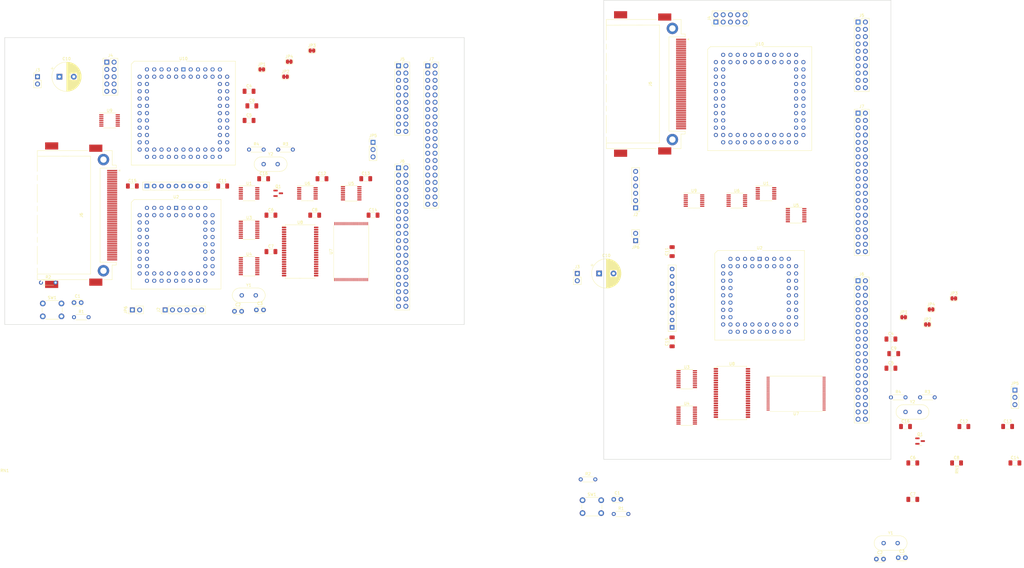
<source format=kicad_pcb>
(kicad_pcb (version 20211014) (generator pcbnew)
  (layers (0 "F.Cu" signal) (31 "B.Cu" signal) (34 "B.Paste" user) (35 "F.Paste" user) (36 "B.SilkS" user "B.Silkscreen") (37 "F.SilkS" user "F.Silkscreen") (38 "B.Mask" user) (39 "F.Mask" user) (44 "Edge.Cuts" user))
  (net 0 "")
  (net 1 "Net-(C1-Pad1)")
  (net 2 "GND")
  (net 3 "Net-(C2-Pad2)")
  (net 4 "Net-(C3-Pad2)")
  (net 5 "+5V")
  (net 6 "/IO/D27")
  (net 7 "/IO/D28")
  (net 8 "/IO/D29")
  (net 9 "/IO/D30")
  (net 10 "/IO/D31")
  (net 11 "A4")
  (net 12 "A3")
  (net 13 "A2")
  (net 14 "A1")
  (net 15 "/IO/D24")
  (net 16 "/IO/D25")
  (net 17 "/IO/D26")
  (net 26 "A5")
  (net 28 "~{IORD}")
  (net 29 "~{IOWR}")
  (net 32 "~{RESET}")
  (net 33 "ATA-READY")
  (net 41 "TxD")
  (net 42 "RxD")
  (net 43 "Net-(J2-Pad4)")
  (net 45 "Net-(J4-Pad1)")
  (net 46 "Net-(J4-Pad3)")
  (net 48 "Net-(J4-Pad5)")
  (net 51 "Net-(J4-Pad9)")
  (net 53 "CTIN1")
  (net 55 "CTIO1")
  (net 57 "CTIN2")
  (net 59 "CTIO2")
  (net 72 "D0")
  (net 73 "D1")
  (net 74 "D2")
  (net 75 "D3")
  (net 76 "D4")
  (net 77 "D5")
  (net 78 "D6")
  (net 79 "D7")
  (net 80 "D8")
  (net 81 "D9")
  (net 82 "D10")
  (net 83 "D11")
  (net 84 "D12")
  (net 85 "D13")
  (net 86 "D14")
  (net 87 "D15")
  (net 88 "A22")
  (net 89 "A23")
  (net 90 "A20")
  (net 91 "A21")
  (net 92 "A18")
  (net 93 "A19")
  (net 94 "A16")
  (net 95 "A17")
  (net 96 "A14")
  (net 97 "A15")
  (net 98 "A12")
  (net 99 "A13")
  (net 100 "A10")
  (net 101 "A11")
  (net 102 "A8")
  (net 103 "A9")
  (net 104 "A6")
  (net 105 "A7")
  (net 106 "A0")
  (net 107 "~{WAIT}")
  (net 108 "~{AS}")
  (net 109 "~{BUSACK}")
  (net 110 "~{UDS}")
  (net 111 "GPIO4")
  (net 112 "~{LDS}")
  (net 113 "~{BUSREQ}")
  (net 114 "R~{W}")
  (net 115 "~{PAUSE}")
  (net 116 "~{RD}")
  (net 117 "~{DS}")
  (net 118 "~{GACK}")
  (net 120 "~{GREQ}")
  (net 121 "ST0")
  (net 122 "ROMSEL")
  (net 123 "ST1")
  (net 124 "0SEL")
  (net 125 "ST2")
  (net 126 "RAMSEL")
  (net 127 "ST3")
  (net 128 "2SEL")
  (net 129 "~{INTa}")
  (net 130 "3SEL")
  (net 131 "~{INTb}")
  (net 132 "4SEL")
  (net 133 "~{INTc}")
  (net 134 "5SEL")
  (net 135 "~{NMI}")
  (net 136 "6SEL")
  (net 137 "GPIO1")
  (net 138 "IOSEL")
  (net 139 "GPIO2")
  (net 140 "CLK")
  (net 141 "GPIO3")
  (net 142 "~{AOE}")
  (net 143 "Net-(JP1-Pad2)")
  (net 144 "Net-(JP2-Pad1)")
  (net 145 "Net-(JP3-Pad1)")
  (net 146 "Net-(JP4-Pad1)")
  (net 147 "~{RAMSEL}")
  (net 148 "Net-(Q1-Pad1)")
  (net 149 "Net-(R3-Pad1)")
  (net 150 "Net-(R3-Pad2)")
  (net 151 "BACKUP_CLK")
  (net 152 "Net-(RN1-Pad6)")
  (net 153 "Net-(RN1-Pad7)")
  (net 154 "Net-(RN1-Pad8)")
  (net 155 "Net-(RN1-Pad9)")
  (net 156 "Net-(U1-Pad8)")
  (net 157 "B{slash}~{W}")
  (net 160 "~{OE}")
  (net 161 "~{IE}")
  (net 164 "~{IOSEL}")
  (net 165 "~{6SEL}")
  (net 166 "~{5SEL}")
  (net 167 "~{4SEL}")
  (net 168 "~{3SEL}")
  (net 169 "~{2SEL}")
  (net 170 "~{0SEL}")
  (net 182 "~{ROMSEL}")
  (net 189 "R{slash}~{W}")
  (footprint "Connector_PinHeader_2.54mm:PinHeader_1x02_P2.54mm_Vertical" (layer "F.Cu") (at 109.22 58.42)
    (fp_text reference "J3")
    (fp_text value "POWER")
  )
  (footprint "Connector_PinHeader_2.54mm:PinHeader_1x02_P2.54mm_Vertical" (layer "F.Cu") (at 317.5 115.57 180)
    (fp_text reference "JP6")
    (fp_text value "POWER")
  )
  (footprint "Capacitor_THT:C_Disc_D3.0mm_W2.0mm_P2.50mm" (layer "F.Cu") (at 408.94 226.06)
    (fp_text reference "C3")
    (fp_text value "??pF")
  )
  (footprint "Capacitor_SMD:C_1206_3216Metric_Pad1.33x1.80mm_HandSolder" (layer "F.Cu") (at 190.5 119.38)
    (fp_text reference "C7")
    (fp_text value "0.1uF")
  )
  (footprint "Button_Switch_THT:SW_PUSH_6mm" (layer "F.Cu") (at 299.01 206.03)
    (fp_text reference "SW1")
    (fp_text value "RESET")
  )
  (footprint "Connector_PinHeader_2.54mm:PinHeader_2x10_P2.54mm_Vertical" (layer "F.Cu") (at 234.945 54.615)
    (fp_text reference "J5")
    (fp_text value "Conn_02x10_Odd_Even")
  )
  (footprint "Package_SO:TSOP-I-48_18.4x12mm_P0.5mm" (layer "F.Cu") (at 218.44 119.38 90)
    (fp_text reference "U7")
    (fp_text value "M29F800")
  )
  (footprint "Package_SO:TSSOP-14_4.4x5mm_P0.65mm" (layer "F.Cu") (at 352.7375 101.6)
    (fp_text reference "U6")
    (fp_text value "74HC08")
  )
  (footprint "Crystal:Crystal_HC49-4H_Vertical" (layer "F.Cu") (at 180.34 134.62)
    (fp_text reference "Y1")
    (fp_text value "Crystal")
  )
  (footprint "Capacitor_SMD:C_1206_3216Metric_Pad1.33x1.80mm_HandSolder" (layer "F.Cu") (at 414.02 193.04)
    (fp_text reference "C6")
    (fp_text value "0.1uF")
  )
  (footprint "Capacitor_THT:C_Disc_D3.0mm_W2.0mm_P2.50mm" (layer "F.Cu") (at 185.42 139.7)
    (fp_text reference "C3")
    (fp_text value "??pF")
  )
  (footprint "Capacitor_THT:C_Disc_D3.0mm_W2.0mm_P2.50mm" (layer "F.Cu") (at 177.8 140.188)
    (fp_text reference "C2")
    (fp_text value "??pF")
  )
  (footprint "Capacitor_SMD:C_1206_3216Metric_Pad1.33x1.80mm_HandSolder" (layer "F.Cu") (at 205.74 106.68)
    (fp_text reference "C8")
    (fp_text value "0.1uF")
  )
  (footprint "Package_SO:TSSOP-16_4.4x5mm_P0.65mm" (layer "F.Cu") (at 373.38 106.68)
    (fp_text reference "U5")
    (fp_text value "74HC138")
  )
  (footprint "Resistor_THT:R_Axial_DIN0204_L3.6mm_D1.6mm_P5.08mm_Horizontal" (layer "F.Cu") (at 121.92 142.24)
    (fp_text reference "R1")
    (fp_text value "10k")
  )
  (footprint "Connector_PinHeader_2.54mm:PinHeader_2x20_P2.54mm_Vertical" (layer "F.Cu") (at 394.965 129.54)
    (fp_text reference "J6")
    (fp_text value "ADBUS")
  )
  (footprint "Jumper:SolderJumper-2_P1.3mm_Bridged_RoundedPad1.0x1.5mm" (layer "F.Cu") (at 420.396 139.542)
    (fp_text reference "JP4")
    (fp_text value "~{RAMSEL} ENABLE")
  )
  (footprint "Package_SO:TSSOP-20_4.4x6.5mm_P0.65mm" (layer "F.Cu") (at 335.285 176.53)
    (fp_text reference "U4")
    (fp_text value "74HC573")
  )
  (footprint "Connector_PinHeader_2.54mm:PinHeader_1x02_P2.54mm_Vertical" (layer "F.Cu") (at 142.24 139.7 90)
    (fp_text reference "JP6")
    (fp_text value "POWER")
  )
  (footprint "Capacitor_SMD:C_1206_3216Metric_Pad1.33x1.80mm_HandSolder" (layer "F.Cu") (at 330.2 119.38 90)
    (fp_text reference "C11")
    (fp_text value "0.1uF")
  )
  (footprint "Capacitor_SMD:C_1206_3216Metric_Pad1.33x1.80mm_HandSolder" (layer "F.Cu") (at 429.26 193.04)
    (fp_text reference "C8")
    (fp_text value "0.1uF")
  )
  (footprint "Capacitor_SMD:C_1206_3216Metric_Pad1.33x1.80mm_HandSolder" (layer "F.Cu") (at 449.58 193.04)
    (fp_text reference "C14")
    (fp_text value "0.1uF")
  )
  (footprint "Capacitor_SMD:C_1206_3216Metric_Pad1.33x1.80mm_HandSolder" (layer "F.Cu") (at 226.06 106.68)
    (fp_text reference "C14")
    (fp_text value "0.1uF")
  )
  (footprint "Capacitor_THT:CP_Radial_D10.0mm_P5.00mm" (layer "F.Cu") (at 304.8 127)
    (fp_text reference "C10")
    (fp_text value "470uF")
  )
  (footprint "Resistor_THT:R_Axial_DIN0204_L3.6mm_D1.6mm_P5.08mm_Horizontal" (layer "F.Cu") (at 309.88 210.82)
    (fp_text reference "R1")
    (fp_text value "10k")
  )
  (footprint "Connector_PinHeader_2.54mm:PinHeader_2x05_P2.54mm_Vertical" (layer "F.Cu") (at 345.445 39.375 90)
    (fp_text reference "J4")
    (fp_text value "ATF-JTAG-10")
  )
  (footprint "Package_LCC:PLCC-68_THT-Socket" (layer "F.Cu") (at 157.48 104.14)
    (fp_text reference "U2")
    (fp_text value "Z280CPU")
  )
  (footprint "Package_TO_SOT_SMD:SOT-23" (layer "F.Cu") (at 416.56 185.42)
    (fp_text reference "Q1")
    (fp_text value "2N7002")
  )
  (footprint "Capacitor_THT:C_Disc_D3.0mm_W2.0mm_P2.50mm" (layer "F.Cu") (at 309.88 205.74)
    (fp_text reference "C1")
    (fp_text value "0.47uF")
  )
  (footprint "Package_SO:TSSOP-20_4.4x6.5mm_P0.65mm" (layer "F.Cu") (at 335.285 163.83)
    (fp_text reference "U3")
    (fp_text value "74HC573")
  )
  (footprint "Connector_PinHeader_2.54mm:PinHeader_2x20_P2.54mm_Vertical" (layer "F.Cu") (at 234.945 90.175)
    (fp_text reference "J6")
    (fp_text value "ADBUS")
  )
  (footprint "Capacitor_SMD:C_1206_3216Metric_Pad1.33x1.80mm_HandSolder" (layer "F.Cu") (at 183.8575 68.58)
    (fp_text reference "C9")
    (fp_text value "0.1uF")
  )
  (footprint "Resistor_THT:R_Array_SIP9" (layer "F.Cu") (at 330.2 145.7725 90)
    (fp_text reference "RN1")
    (fp_text value "10k")
  )
  (footprint "Computie_Connectors:CF-Card_3M_N7E50-Q516RB-40" (layer "F.Cu") (at 132.08 106.68 180)
    (fp_text reference "J1")
    (fp_text value "CompactFlash")
  )
  (footprint "Package_SO:TSSOP-14_4.4x5mm_P0.65mm" (layer "F.Cu") (at 203.2 99.06)
    (fp_text reference "U6")
    (fp_text value "74HC08")
  )
  (footprint "Connector_PinHeader_2.54mm:PinHeader_2x10_P2.54mm_Vertical" (layer "F.Cu") (at 394.965 39.375)
    (fp_text reference "J5")
    (fp_text value "Conn_02x10_Odd_Even")
  )
  (footprint "Computie_Connectors:CF-Card_3M_N7E50-Q516RB-40" (layer "F.Cu") (at 330.2 60.96 180)
    (fp_text reference "J1")
    (fp_text value "CompactFlash")
  )
  (footprint "Crystal:Crystal_HC49-4H_Vertical" (layer "F.Cu") (at 403.86 220.98)
    (fp_text reference "Y1")
    (fp_text value "Crystal")
  )
  (footprint "Package_SO:TSSOP-20_4.4x6.5mm_P0.65mm" (layer "F.Cu") (at 182.88 124.46)
    (fp_text reference "U4")
    (fp_text value "74HC573")
  )
  (footprint "Package_SO:TSSOP-14_4.4x5mm_P0.65mm" (layer "F.Cu") (at 134.2975 73.66)
    (fp_text reference "U9")
    (fp_text value "74HC32")
  )
  (footprint "Resistor_THT:R_Axial_DIN0204_L3.6mm_D1.6mm_P5.08mm_Horizontal" (layer "F.Cu") (at 193.04 83.82)
    (fp_text reference "R3")
    (fp_text value "5.1k")
  )
  (footprint "Resistor_THT:R_Array_SIP9" (layer "F.Cu") (at 147.305 96.52)
    (fp_text reference "RN1")
    (fp_text value "10k")
  )
  (footprint "Resistor_THT:R_Axial_DIN0204_L3.6mm_D1.6mm_P5.08mm_Horizontal" (layer "F.Cu") (at 416.56 170.18)
    (fp_text reference "R3")
    (fp_text value "5.1k")
  )
  (footprint "Jumper:SolderJumper-2_P1.3mm_Bridged_RoundedPad1.0x1.5mm" (layer "F.Cu") (at 187.31 55.88)
    (fp_text reference "JP1")
    (fp_text value "~{AOE} ENABLE")
  )
  (footprint "Jumper:SolderJumper-2_P1.3mm_Bridged_RoundedPad1.0x1.5mm" (layer "F.Cu") (at 428.296 135.692)
    (fp_text reference "JP3")
    (fp_text value "~{LDS} ENABLE")
  )
  (footprint "Resistor_THT:R_Axial_DIN0204_L3.6mm_D1.6mm_P5.08mm_Horizontal" (layer "F.Cu") (at 182.88 83.82)
    (fp_text reference "R4")
    (fp_text value "5.1k")
  )
  (footprint "Capacitor_SMD:C_1206_3216Metric_Pad1.33x1.80mm_HandSolder" (layer "F.Cu") (at 330.2 150.8375 90)
    (fp_text reference "C15")
    (fp_text value "0.1uF")
  )
  (footprint "Package_TO_SOT_SMD:SOT-23" (layer "F.Cu") (at 193.04 99.06)
    (fp_text reference "Q1")
    (fp_text value "2N7002")
  )
  (footprint "Crystal:Crystal_HC49-4H_Vertical" (layer "F.Cu") (at 187.96 88.9)
    (fp_text reference "Y2")
    (fp_text value "Crystal")
  )
  (footprint "Connector_PinHeader_2.54mm:PinHeader_1x03_P2.54mm_Vertical" (layer "F.Cu") (at 449.58 167.64)
    (fp_text reference "JP5")
    (fp_text value "ROMJMP")
  )
  (footprint "Connector_PinHeader_2.54mm:PinHeader_2x05_P2.54mm_Vertical" (layer "F.Cu") (at 133.345 53.345)
    (fp_text reference "J4")
    (fp_text value "ATF-JTAG-10")
  )
  (footprint "Capacitor_SMD:C_1206_3216Metric_Pad1.33x1.80mm_HandSolder" (layer "F.Cu") (at 223.52 93.968)
    (fp_text reference "C13")
    (fp_text value "0.1uF")
  )
  (footprint "Jumper:SolderJumper-2_P1.3mm_Bridged_RoundedPad1.0x1.5mm" (layer "F.Cu") (at 196.876 53.182)
    (fp_text reference "JP4")
    (fp_text value "~{RAMSEL} ENABLE")
  )
  (footprint "Connector_PinHeader_2.54mm:PinHeader_1x02_P2.54mm_Vertical" (layer "F.Cu") (at 297.18 127)
    (fp_text reference "J3")
    (fp_text value "POWER")
  )
  (footprint "Package_LCC:PLCC-84_THT-Socket" (layer "F.Cu") (at 360.68 50.8)
    (fp_text reference "U10")
    (fp_text value "ATF1504AS-10JU84")
  )
  (footprint "Package_SO:TSOP-II-44_10.16x18.41mm_P0.8mm" (layer "F.Cu") (at 351.0325 168.65)
    (fp_text reference "U8")
    (fp_text value "AS6C8016")
  )
  (footprint "Package_SO:TSSOP-20_4.4x6.5mm_P0.65mm" (layer "F.Cu") (at 182.88 111.76)
    (fp_text reference "U3")
    (fp_text value "74HC573")
  )
  (footprint "Resistor_THT:R_Axial_DIN0204_L3.6mm_D1.6mm_P5.08mm_Horizontal" (layer "F.Cu") (at 110.414 130.188)
    (fp_text reference "R2")
    (fp_text value "10k")
  )
  (footprint "Connector_PinHeader_2.54mm:PinHeader_1x03_P2.54mm_Vertical" (layer "F.Cu") (at 226.06 81.28)
    (fp_text reference "JP5")
    (fp_text value "ROMJMP")
  )
  (footprint "Capacitor_THT:C_Disc_D3.0mm_W2.0mm_P2.50mm" (layer "F.Cu") (at 401.32 226.548)
    (fp_text reference "C2")
    (fp_text value "??pF")
  )
  (footprint "Capacitor_SMD:C_1206_3216Metric_Pad1.33x1.80mm_HandSolder" (layer "F.Cu") (at 187.96 93.98)
    (fp_text reference "C16")
    (fp_text value "0.1uF")
  )
  (footprint "Package_SO:TSSOP-16_4.4x5mm_P0.65mm" (layer "F.Cu") (at 218.44 99.06)
    (fp_text reference "U5")
    (fp_text value "74HC138")
  )
  (footprint "Capacitor_SMD:C_1206_3216Metric_Pad1.33x1.80mm_HandSolder" (layer "F.Cu") (at 208.28 93.98)
    (fp_text reference "C12")
    (fp_text value "0.1uF")
  )
  (footprint "Capacitor_SMD:C_1206_3216Metric_Pad1.33x1.80mm_HandSolder" (layer "F.Cu") (at 406.4 149.86)
    (fp_text reference "C4")
    (fp_text value "0.1uF")
  )
  (footprint "Crystal:Crystal_HC49-4H_Vertical" (layer "F.Cu") (at 411.48 175.26)
    (fp_text reference "Y2")
    (fp_text value "Crystal")
  )
  (footprint "Package_LCC:PLCC-84_THT-Socket" (layer "F.Cu") (at 160.02 55.88)
    (fp_text reference "U10")
    (fp_text value "ATF1504AS-10JU84")
  )
  (footprint "Connector_PinHeader_2.54mm:PinHeader_2x20_P2.54mm_Vertical" (layer "F.Cu") (at 245.105 54.615)
    (fp_text reference "J7")
    (fp_text value "SIGBUS")
  )
  (footprint "Capacitor_SMD:C_1206_3216Metric_Pad1.33x1.80mm_HandSolder" (layer "F.Cu") (at 411.48 180.34)
    (fp_text reference "C16")
    (fp_text value "0.1uF")
  )
  (footprint "Jumper:SolderJumper-2_P1.3mm_Bridged_RoundedPad1.0x1.5mm" (layer "F.Cu") (at 410.83 142.24)
    (fp_text reference "JP1")
    (fp_text value "~{AOE} ENABLE")
  )
  (footprint "Capacitor_THT:CP_Radial_D10.0mm_P5.00mm" (layer "F.Cu") (at 116.84 58.42)
    (fp_text reference "C10")
    (fp_text value "470uF")
  )
  (footprint "Capacitor_SMD:C_1206_3216Metric_Pad1.33x1.80mm_HandSolder" (layer "F.Cu") (at 142.24 96.52)
    (fp_text reference "C15")
    (fp_text value "0.1uF")
  )
  (footprint "Button_Switch_THT:SW_PUSH_6mm" (layer "F.Cu") (at 111.05 137.45)
    (fp_text reference "SW1")
    (fp_text value "RESET")
  )
  (footprint "Capacitor_SMD:C_1206_3216Metric_Pad1.33x1.80mm_HandSolder" (layer "F.Cu") (at 190.5 106.68)
    (fp_text reference "C6")
    (fp_text value "0.1uF")
  )
  (footprint "Jumper:SolderJumper-2_P1.3mm_Bridged_RoundedPad1.0x1.5mm" (layer "F.Cu") (at 204.776 49.332)
    (fp_text reference "JP3")
    (fp_text value "~{LDS} ENABLE")
  )
  (footprint "Resistor_THT:R_Axial_DIN0204_L3.6mm_D1.6mm_P5.08mm_Horizontal" (layer "F.Cu") (at 406.4 170.18)
    (fp_text reference "R4")
    (fp_text value "5.1k")
  )
  (footprint "Package_SO:TSSOP-14_4.4x5mm_P0.65mm" (layer "F.Cu") (at 362.8975 99.06)
    (fp_text reference "U1")
    (fp_text value "74HC14")
  )
  (footprint "Connector_PinHeader_2.54mm:PinHeader_2x20_P2.54mm_Vertical" (layer "F.Cu") (at 394.965 71.12)
    (fp_text reference "J7")
    (fp_text value "SIGBUS")
  )
  (footprint "Jumper:SolderJumper-2_P1.3mm_Bridged_RoundedPad1.0x1.5mm" (layer "F.Cu") (at 419.1 144.78)
    (fp_text reference "JP2")
    (fp_text value "~{UDS} ENABLE")
  )
  (footprint "Resistor_THT:R_Axial_DIN0204_L3.6mm_D1.6mm_P5.08mm_Horizontal" (layer "F.Cu") (at 298.374 198.768)
    (fp_text reference "R2")
    (fp_text value "10k")
  )
  (footprint "Capacitor_SMD:C_1206_3216Metric_Pad1.33x1.80mm_HandSolder" (layer "F.Cu") (at 406.4 160.02)
    (fp_text reference "C5")
    (fp_text value "0.1uF")
  )
  (footprint "Capacitor_SMD:C_1206_3216Metric_Pad1.33x1.80mm_HandSolder" (layer "F.Cu") (at 182.88 63.5)
    (fp_text reference "C4")
    (fp_text value "0.1uF")
  )
  (footprint "Package_SO:TSOP-I-48_18.4x12mm_P0.5mm" (layer "F.Cu") (at 373.385 168.91 180)
    (fp_text reference "U7")
    (fp_text value "M29F800")
  )
  (footprint "Capacitor_THT:C_Disc_D3.0mm_W2.0mm_P2.50mm" (layer "F.Cu") (at 121.92 137.16)
    (fp_text reference "C1")
    (fp_text value "0.47uF")
  )
  (footprint "Capacitor_SMD:C_1206_3216Metric_Pad1.33x1.80mm_HandSolder" (layer "F.Cu") (at 414.02 205.74)
    (fp_text reference "C7")
    (fp_text value "0.1uF")
  )
  (footprint "Connector_PinHeader_2.54mm:PinHeader_1x06_P2.54mm_Vertical" (layer "F.Cu") (at 317.5 104.14 180)
    (fp_text reference "J2")
    (fp_text value "Serial1")
  )
  (footprint "Package_SO:TSSOP-14_4.4x5mm_P0.65mm" (layer "F.Cu") (at 337.82 101.6)
    (fp_text reference "U9")
    (fp_text value "74HC32")
  )
  (footprint "Jumper:SolderJumper-2_P1.3mm_Bridged_RoundedPad1.0x1.5mm" (layer "F.Cu") (at 195.58 58.42)
    (fp_text reference "JP2")
    (fp_text value "~{UDS} ENABLE")
  )
  (footprint "Capacitor_SMD:C_1206_3216Metric_Pad1.33x1.80mm_HandSolder" (layer "F.Cu") (at 173.6975 96.52)
    (fp_text reference "C11")
    (fp_text value "0.1uF")
  )
  (footprint "Capacitor_SMD:C_1206_3216Metric_Pad1.33x1.80mm_HandSolder" (layer "F.Cu") (at 431.8 180.34)
    (fp_text reference "C12")
    (fp_text value "0.1uF")
  )
  (footprint "Capacitor_SMD:C_1206_3216Metric_Pad1.33x1.80mm_HandSolder" (layer "F.Cu") (at 407.3775 154.94)
    (fp_text reference "C9")
    (fp_text value "0.1uF")
  )
  (footprint "Package_LCC:PLCC-68_THT-Socket" (layer "F.Cu") (at 360.68 121.92)
    (fp_text reference "U2")
    (fp_text value "Z280CPU")
  )
  (footprint "Capacitor_SMD:C_1206_3216Metric_Pad1.33x1.80mm_HandSolder" (layer "F.Cu") (at 447.04 180.328)
    (fp_text reference "C13")
    (fp_text value "0.1uF")
  )
  (footprint "Package_SO:TSOP-II-44_10.16x18.41mm_P0.8mm" (layer "F.Cu") (at 200.66 119.36)
    (fp_text reference "U8")
    (fp_text value "AS6C8016")
  )
  (footprint "Package_SO:TSSOP-14_4.4x5mm_P0.65mm" (layer "F.Cu") (at 182.88 99.06)
    (fp_text reference "U1")
    (fp_text value "74HC14")
  )
  (footprint "Capacitor_SMD:C_1206_3216Metric_Pad1.33x1.80mm_HandSolder" (layer "F.Cu") (at 182.88 73.66)
    (fp_text reference "C5")
    (fp_text value "0.1uF")
  )
  (footprint "Connector_PinHeader_2.54mm:PinHeader_1x06_P2.54mm_Vertical" (layer "F.Cu") (at 153.67 139.7 90)
    (fp_text reference "J2")
    (fp_text value "Serial1")
  )
  (gr_line (start 97.8 44.78) (end 97.8 144.78) (layer "Edge.Cuts") (width 0.15))
  (gr_line (start 306.4 191.76) (end 406.4 191.76) (layer "Edge.Cuts") (width 0.15))
  (gr_line (start 406.4 191.76) (end 406.4 31.76) (layer "Edge.Cuts") (width 0.15))
  (gr_line (start 257.8 144.78) (end 257.8 44.78) (layer "Edge.Cuts") (width 0.15))
  (gr_line (start 97.8 144.78) (end 257.8 144.78) (layer "Edge.Cuts") (width 0.15))
  (gr_line (start 257.8 44.78) (end 97.8 44.78) (layer "Edge.Cuts") (width 0.15))
  (gr_line (start 406.4 31.76) (end 306.4 31.76) (layer "Edge.Cuts") (width 0.15))
  (gr_line (start 306.4 31.76) (end 306.4 191.76) (layer "Edge.Cuts") (width 0.15))
)
</source>
